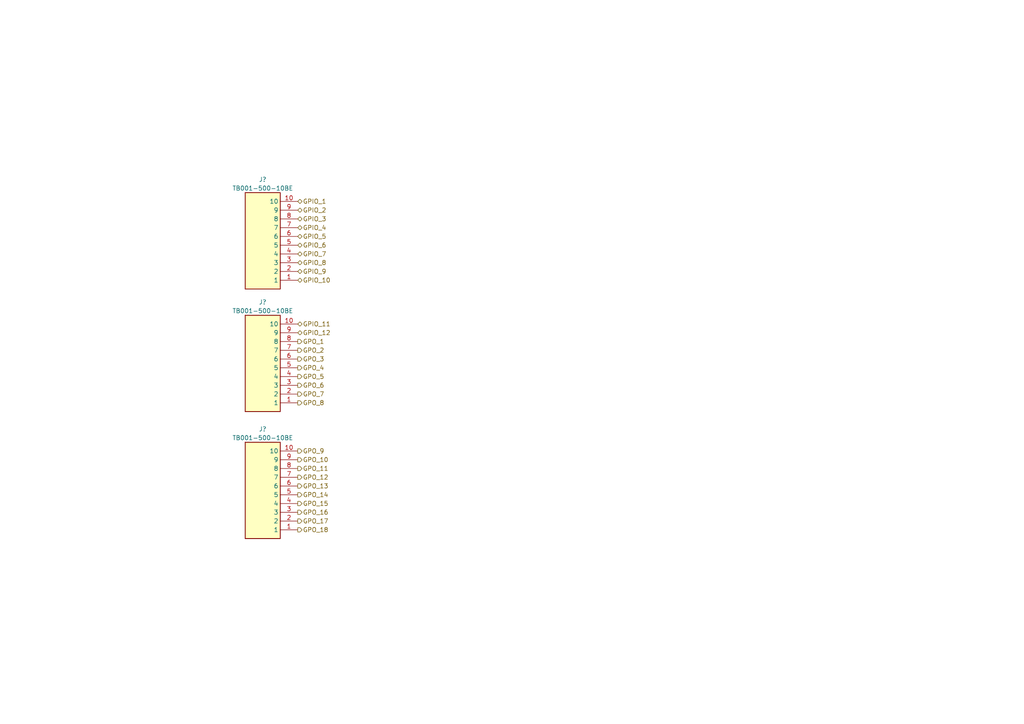
<source format=kicad_sch>
(kicad_sch (version 20230121) (generator eeschema)

  (uuid 245d8299-6935-46e9-a0f4-71652ef89c67)

  (paper "A4")

  (title_block
    (date "2023-04-23")
    (rev "1")
    (company "UPB - FIIR - Roboți și sisteme de producție")
    (comment 1 "Alexandru-Ioan Anastasiu")
  )

  (lib_symbols
    (symbol "TB001-500-10BE:TB001-500-10BE" (in_bom yes) (on_board yes)
      (property "Reference" "J" (at 16.51 7.62 0)
        (effects (font (size 1.27 1.27)) (justify left top))
      )
      (property "Value" "TB001-500-10BE" (at 16.51 5.08 0)
        (effects (font (size 1.27 1.27)) (justify left top))
      )
      (property "Footprint" "SHDR10W100P0X500_1X10_5000X900X1250P" (at 16.51 -94.92 0)
        (effects (font (size 1.27 1.27)) (justify left top) hide)
      )
      (property "Datasheet" "https://componentsearchengine.com/Datasheets/1/TB001-500-10BE.pdf" (at 16.51 -194.92 0)
        (effects (font (size 1.27 1.27)) (justify left top) hide)
      )
      (property "Height" "12.5" (at 16.51 -394.92 0)
        (effects (font (size 1.27 1.27)) (justify left top) hide)
      )
      (property "Mouser Part Number" "490-TB001-500-10BE" (at 16.51 -494.92 0)
        (effects (font (size 1.27 1.27)) (justify left top) hide)
      )
      (property "Mouser Price/Stock" "https://www.mouser.co.uk/ProductDetail/CUI-Devices/TB001-500-10BE?qs=vLWxofP3U2zH1ZAwWBP5mg%3D%3D" (at 16.51 -594.92 0)
        (effects (font (size 1.27 1.27)) (justify left top) hide)
      )
      (property "Manufacturer_Name" "CUI Devices" (at 16.51 -694.92 0)
        (effects (font (size 1.27 1.27)) (justify left top) hide)
      )
      (property "Manufacturer_Part_Number" "TB001-500-10BE" (at 16.51 -794.92 0)
        (effects (font (size 1.27 1.27)) (justify left top) hide)
      )
      (property "ki_description" "Fixed Terminal Blocks" (at 0 0 0)
        (effects (font (size 1.27 1.27)) hide)
      )
      (symbol "TB001-500-10BE_1_1"
        (rectangle (start 5.08 2.54) (end 15.24 -25.4)
          (stroke (width 0.254) (type default))
          (fill (type background))
        )
        (pin passive line (at 0 0 0) (length 5.08)
          (name "1" (effects (font (size 1.27 1.27))))
          (number "1" (effects (font (size 1.27 1.27))))
        )
        (pin passive line (at 0 -22.86 0) (length 5.08)
          (name "10" (effects (font (size 1.27 1.27))))
          (number "10" (effects (font (size 1.27 1.27))))
        )
        (pin passive line (at 0 -2.54 0) (length 5.08)
          (name "2" (effects (font (size 1.27 1.27))))
          (number "2" (effects (font (size 1.27 1.27))))
        )
        (pin passive line (at 0 -5.08 0) (length 5.08)
          (name "3" (effects (font (size 1.27 1.27))))
          (number "3" (effects (font (size 1.27 1.27))))
        )
        (pin passive line (at 0 -7.62 0) (length 5.08)
          (name "4" (effects (font (size 1.27 1.27))))
          (number "4" (effects (font (size 1.27 1.27))))
        )
        (pin passive line (at 0 -10.16 0) (length 5.08)
          (name "5" (effects (font (size 1.27 1.27))))
          (number "5" (effects (font (size 1.27 1.27))))
        )
        (pin passive line (at 0 -12.7 0) (length 5.08)
          (name "6" (effects (font (size 1.27 1.27))))
          (number "6" (effects (font (size 1.27 1.27))))
        )
        (pin passive line (at 0 -15.24 0) (length 5.08)
          (name "7" (effects (font (size 1.27 1.27))))
          (number "7" (effects (font (size 1.27 1.27))))
        )
        (pin passive line (at 0 -17.78 0) (length 5.08)
          (name "8" (effects (font (size 1.27 1.27))))
          (number "8" (effects (font (size 1.27 1.27))))
        )
        (pin passive line (at 0 -20.32 0) (length 5.08)
          (name "9" (effects (font (size 1.27 1.27))))
          (number "9" (effects (font (size 1.27 1.27))))
        )
      )
    )
  )


  (hierarchical_label "GPO_1" (shape output) (at 86.36 99.06 0) (fields_autoplaced)
    (effects (font (size 1.27 1.27)) (justify left))
    (uuid 1102ce27-01da-40be-a080-c753c69efdde)
  )
  (hierarchical_label "GPO_11" (shape output) (at 86.36 135.89 0) (fields_autoplaced)
    (effects (font (size 1.27 1.27)) (justify left))
    (uuid 146e414d-5e5a-457f-a15d-772dafd6b694)
  )
  (hierarchical_label "GPIO_4" (shape bidirectional) (at 86.36 66.04 0) (fields_autoplaced)
    (effects (font (size 1.27 1.27)) (justify left))
    (uuid 150ba7ce-2f9c-4fe5-95eb-f21792ab24de)
  )
  (hierarchical_label "GPO_7" (shape output) (at 86.36 114.3 0) (fields_autoplaced)
    (effects (font (size 1.27 1.27)) (justify left))
    (uuid 1f455547-abfb-4aa4-bade-3e0897d8d02e)
  )
  (hierarchical_label "GPIO_3" (shape bidirectional) (at 86.36 63.5 0) (fields_autoplaced)
    (effects (font (size 1.27 1.27)) (justify left))
    (uuid 2eae3d27-ef45-4ec3-9075-8ca276ebe238)
  )
  (hierarchical_label "GPO_5" (shape output) (at 86.36 109.22 0) (fields_autoplaced)
    (effects (font (size 1.27 1.27)) (justify left))
    (uuid 37498c70-09f1-4e38-ae6e-a25f23cbe088)
  )
  (hierarchical_label "GPO_6" (shape output) (at 86.36 111.76 0) (fields_autoplaced)
    (effects (font (size 1.27 1.27)) (justify left))
    (uuid 4a23cdda-14dc-4455-926e-b107587f8e58)
  )
  (hierarchical_label "GPO_3" (shape output) (at 86.36 104.14 0) (fields_autoplaced)
    (effects (font (size 1.27 1.27)) (justify left))
    (uuid 4b4a1785-b3b5-45c1-a715-63315dd1b3a6)
  )
  (hierarchical_label "GPO_14" (shape output) (at 86.36 143.51 0) (fields_autoplaced)
    (effects (font (size 1.27 1.27)) (justify left))
    (uuid 5200ee54-5e39-4b90-838c-71ba07cd6724)
  )
  (hierarchical_label "GPO_2" (shape output) (at 86.36 101.6 0) (fields_autoplaced)
    (effects (font (size 1.27 1.27)) (justify left))
    (uuid 5b8b7eb1-ef33-44ea-bc7f-4e2a2427b4cb)
  )
  (hierarchical_label "GPIO_9" (shape bidirectional) (at 86.36 78.74 0) (fields_autoplaced)
    (effects (font (size 1.27 1.27)) (justify left))
    (uuid 6232b39c-3aef-43ab-ac3f-2cb085813c24)
  )
  (hierarchical_label "GPIO_2" (shape bidirectional) (at 86.36 60.96 0) (fields_autoplaced)
    (effects (font (size 1.27 1.27)) (justify left))
    (uuid 6e322351-4efa-4d6a-9f83-998d2ab4bd85)
  )
  (hierarchical_label "GPIO_5" (shape bidirectional) (at 86.36 68.58 0) (fields_autoplaced)
    (effects (font (size 1.27 1.27)) (justify left))
    (uuid 7c77d282-1b25-4f0a-8c82-43094ec44abe)
  )
  (hierarchical_label "GPO_15" (shape output) (at 86.36 146.05 0) (fields_autoplaced)
    (effects (font (size 1.27 1.27)) (justify left))
    (uuid 7d562b92-b455-485f-9cdb-514d7d7f85d7)
  )
  (hierarchical_label "GPO_9" (shape output) (at 86.36 130.81 0) (fields_autoplaced)
    (effects (font (size 1.27 1.27)) (justify left))
    (uuid 90eef1e8-a9e7-4c6e-8085-539011d8df62)
  )
  (hierarchical_label "GPIO_11" (shape bidirectional) (at 86.36 93.98 0) (fields_autoplaced)
    (effects (font (size 1.27 1.27)) (justify left))
    (uuid 93ac8674-98db-4548-8b61-9113600fc1ae)
  )
  (hierarchical_label "GPIO_12" (shape bidirectional) (at 86.36 96.52 0) (fields_autoplaced)
    (effects (font (size 1.27 1.27)) (justify left))
    (uuid 982dce3a-5b50-4e8c-89e3-edfcc2c6d204)
  )
  (hierarchical_label "GPO_8" (shape output) (at 86.36 116.84 0) (fields_autoplaced)
    (effects (font (size 1.27 1.27)) (justify left))
    (uuid 9880cba5-3aad-4d3c-8218-55e42ded3534)
  )
  (hierarchical_label "GPIO_10" (shape bidirectional) (at 86.36 81.28 0) (fields_autoplaced)
    (effects (font (size 1.27 1.27)) (justify left))
    (uuid 9bd4a110-9ad5-4e94-b901-f13f8218e913)
  )
  (hierarchical_label "GPO_12" (shape output) (at 86.36 138.43 0) (fields_autoplaced)
    (effects (font (size 1.27 1.27)) (justify left))
    (uuid a3b419e3-df37-49ff-8dc6-82456065c845)
  )
  (hierarchical_label "GPO_18" (shape output) (at 86.36 153.67 0) (fields_autoplaced)
    (effects (font (size 1.27 1.27)) (justify left))
    (uuid da8ff53f-c4d2-46e7-b658-a5083a6fe229)
  )
  (hierarchical_label "GPIO_8" (shape bidirectional) (at 86.36 76.2 0) (fields_autoplaced)
    (effects (font (size 1.27 1.27)) (justify left))
    (uuid dbfebe91-42f6-4c54-9993-5bf2bbfa0494)
  )
  (hierarchical_label "GPIO_6" (shape bidirectional) (at 86.36 71.12 0) (fields_autoplaced)
    (effects (font (size 1.27 1.27)) (justify left))
    (uuid de9fae70-5df2-46cb-9350-c3cdc09d9142)
  )
  (hierarchical_label "GPIO_7" (shape bidirectional) (at 86.36 73.66 0) (fields_autoplaced)
    (effects (font (size 1.27 1.27)) (justify left))
    (uuid e123b972-30a3-49f5-8634-e9aa83f83c62)
  )
  (hierarchical_label "GPIO_1" (shape bidirectional) (at 86.36 58.42 0) (fields_autoplaced)
    (effects (font (size 1.27 1.27)) (justify left))
    (uuid e2c64ff8-b5c6-471d-99bf-ef3c37641890)
  )
  (hierarchical_label "GPO_17" (shape output) (at 86.36 151.13 0) (fields_autoplaced)
    (effects (font (size 1.27 1.27)) (justify left))
    (uuid e3c58dd5-30a0-488e-b379-6d7cf4288a30)
  )
  (hierarchical_label "GPO_16" (shape output) (at 86.36 148.59 0) (fields_autoplaced)
    (effects (font (size 1.27 1.27)) (justify left))
    (uuid f135c6c4-84f8-49f7-9112-8ed7ffa1368f)
  )
  (hierarchical_label "GPO_4" (shape output) (at 86.36 106.68 0) (fields_autoplaced)
    (effects (font (size 1.27 1.27)) (justify left))
    (uuid f822b7cb-c498-4be4-9aaf-04c1a30a6db1)
  )
  (hierarchical_label "GPO_13" (shape output) (at 86.36 140.97 0) (fields_autoplaced)
    (effects (font (size 1.27 1.27)) (justify left))
    (uuid f87d0471-a4c3-4900-9b67-5833fa7450bb)
  )
  (hierarchical_label "GPO_10" (shape output) (at 86.36 133.35 0) (fields_autoplaced)
    (effects (font (size 1.27 1.27)) (justify left))
    (uuid f9671390-c5b3-4355-b5f1-6d7bf45a369e)
  )

  (symbol (lib_id "TB001-500-10BE:TB001-500-10BE") (at 86.36 153.67 180) (unit 1)
    (in_bom yes) (on_board yes) (dnp no) (fields_autoplaced)
    (uuid 19e89bf5-8b23-4e87-b9ee-356b69ec3043)
    (property "Reference" "J?" (at 76.2 124.46 0)
      (effects (font (size 1.27 1.27)))
    )
    (property "Value" "TB001-500-10BE" (at 76.2 127 0)
      (effects (font (size 1.27 1.27)))
    )
    (property "Footprint" "LIB_TB001-500-10BE:SHDR10W100P0X500_1X10_5000X900X1250P" (at 69.85 58.75 0)
      (effects (font (size 1.27 1.27)) (justify left top) hide)
    )
    (property "Datasheet" "https://componentsearchengine.com/Datasheets/1/TB001-500-10BE.pdf" (at 69.85 -41.25 0)
      (effects (font (size 1.27 1.27)) (justify left top) hide)
    )
    (property "Height" "12.5" (at 69.85 -241.25 0)
      (effects (font (size 1.27 1.27)) (justify left top) hide)
    )
    (property "Mouser Part Number" "490-TB001-500-10BE" (at 69.85 -341.25 0)
      (effects (font (size 1.27 1.27)) (justify left top) hide)
    )
    (property "Mouser Price/Stock" "https://www.mouser.co.uk/ProductDetail/CUI-Devices/TB001-500-10BE?qs=vLWxofP3U2zH1ZAwWBP5mg%3D%3D" (at 69.85 -441.25 0)
      (effects (font (size 1.27 1.27)) (justify left top) hide)
    )
    (property "Manufacturer_Name" "CUI Devices" (at 69.85 -541.25 0)
      (effects (font (size 1.27 1.27)) (justify left top) hide)
    )
    (property "Manufacturer_Part_Number" "TB001-500-10BE" (at 69.85 -641.25 0)
      (effects (font (size 1.27 1.27)) (justify left top) hide)
    )
    (pin "1" (uuid d65e9605-8b43-40bb-a79c-e93c504035e7))
    (pin "10" (uuid 0a9616a2-a7fa-40a8-8aeb-816c3f1046a7))
    (pin "2" (uuid 56280791-c62f-41cd-9ca7-b379488b4b08))
    (pin "3" (uuid 53fb01f9-359d-4b5c-bf3d-874c617d2d57))
    (pin "4" (uuid 98221b54-9ca7-4343-a3a6-34c65de3d69b))
    (pin "5" (uuid c9c2a254-d00e-4ec8-8e1b-5c905cd66177))
    (pin "6" (uuid b2ccbef4-b157-4797-b45d-927859196aee))
    (pin "7" (uuid c92843b7-f7b9-48f2-817b-d513ff2a765b))
    (pin "8" (uuid fa8ef347-7a0f-4ae4-ad59-f981e857e8c7))
    (pin "9" (uuid 3839d083-2572-4455-8cd6-bd480c97b9da))
    (instances
      (project "PLC-CIM"
        (path "/98f81d77-8880-491b-a7cf-4c27e2d73edf"
          (reference "J?") (unit 1)
        )
        (path "/98f81d77-8880-491b-a7cf-4c27e2d73edf/ef38368d-af5e-44c5-8106-4a2f4dcc6c35"
          (reference "J3") (unit 1)
        )
      )
    )
  )

  (symbol (lib_id "TB001-500-10BE:TB001-500-10BE") (at 86.36 116.84 180) (unit 1)
    (in_bom yes) (on_board yes) (dnp no) (fields_autoplaced)
    (uuid 25e7975c-c09e-45f5-8023-43fc4c7eb105)
    (property "Reference" "J?" (at 76.2 87.63 0)
      (effects (font (size 1.27 1.27)))
    )
    (property "Value" "TB001-500-10BE" (at 76.2 90.17 0)
      (effects (font (size 1.27 1.27)))
    )
    (property "Footprint" "LIB_TB001-500-10BE:SHDR10W100P0X500_1X10_5000X900X1250P" (at 69.85 21.92 0)
      (effects (font (size 1.27 1.27)) (justify left top) hide)
    )
    (property "Datasheet" "https://componentsearchengine.com/Datasheets/1/TB001-500-10BE.pdf" (at 69.85 -78.08 0)
      (effects (font (size 1.27 1.27)) (justify left top) hide)
    )
    (property "Height" "12.5" (at 69.85 -278.08 0)
      (effects (font (size 1.27 1.27)) (justify left top) hide)
    )
    (property "Mouser Part Number" "490-TB001-500-10BE" (at 69.85 -378.08 0)
      (effects (font (size 1.27 1.27)) (justify left top) hide)
    )
    (property "Mouser Price/Stock" "https://www.mouser.co.uk/ProductDetail/CUI-Devices/TB001-500-10BE?qs=vLWxofP3U2zH1ZAwWBP5mg%3D%3D" (at 69.85 -478.08 0)
      (effects (font (size 1.27 1.27)) (justify left top) hide)
    )
    (property "Manufacturer_Name" "CUI Devices" (at 69.85 -578.08 0)
      (effects (font (size 1.27 1.27)) (justify left top) hide)
    )
    (property "Manufacturer_Part_Number" "TB001-500-10BE" (at 69.85 -678.08 0)
      (effects (font (size 1.27 1.27)) (justify left top) hide)
    )
    (pin "1" (uuid a9548d89-8ff3-4346-a0b6-68ee590fb521))
    (pin "10" (uuid 06e8b39f-fcbc-40bc-bbd1-461e29e2a4c7))
    (pin "2" (uuid ce49ad15-c5c2-48e6-991f-937badcb27fa))
    (pin "3" (uuid 7703eb5c-c5a6-4605-b797-af9aa69e763e))
    (pin "4" (uuid caabd6da-f186-44fe-a10e-f60a2c2123b1))
    (pin "5" (uuid 4c297e2a-b4ab-46a3-a31c-d94f31de353a))
    (pin "6" (uuid bbc8fb10-e889-4c4b-9a9d-760251edd895))
    (pin "7" (uuid 1157f3a2-e2f1-41a1-9def-257ed84d8329))
    (pin "8" (uuid 9643b760-4f09-4ce6-8253-b2892b937097))
    (pin "9" (uuid a5d7ed88-dd62-4798-b51c-72a0c27d4e18))
    (instances
      (project "PLC-CIM"
        (path "/98f81d77-8880-491b-a7cf-4c27e2d73edf"
          (reference "J?") (unit 1)
        )
        (path "/98f81d77-8880-491b-a7cf-4c27e2d73edf/ef38368d-af5e-44c5-8106-4a2f4dcc6c35"
          (reference "J2") (unit 1)
        )
      )
    )
  )

  (symbol (lib_id "TB001-500-10BE:TB001-500-10BE") (at 86.36 81.28 180) (unit 1)
    (in_bom yes) (on_board yes) (dnp no) (fields_autoplaced)
    (uuid f03530b5-903c-4523-b703-a69c2dffed30)
    (property "Reference" "J?" (at 76.2 52.07 0)
      (effects (font (size 1.27 1.27)))
    )
    (property "Value" "TB001-500-10BE" (at 76.2 54.61 0)
      (effects (font (size 1.27 1.27)))
    )
    (property "Footprint" "LIB_TB001-500-10BE:SHDR10W100P0X500_1X10_5000X900X1250P" (at 69.85 -13.64 0)
      (effects (font (size 1.27 1.27)) (justify left top) hide)
    )
    (property "Datasheet" "https://componentsearchengine.com/Datasheets/1/TB001-500-10BE.pdf" (at 69.85 -113.64 0)
      (effects (font (size 1.27 1.27)) (justify left top) hide)
    )
    (property "Height" "12.5" (at 69.85 -313.64 0)
      (effects (font (size 1.27 1.27)) (justify left top) hide)
    )
    (property "Mouser Part Number" "490-TB001-500-10BE" (at 69.85 -413.64 0)
      (effects (font (size 1.27 1.27)) (justify left top) hide)
    )
    (property "Mouser Price/Stock" "https://www.mouser.co.uk/ProductDetail/CUI-Devices/TB001-500-10BE?qs=vLWxofP3U2zH1ZAwWBP5mg%3D%3D" (at 69.85 -513.64 0)
      (effects (font (size 1.27 1.27)) (justify left top) hide)
    )
    (property "Manufacturer_Name" "CUI Devices" (at 69.85 -613.64 0)
      (effects (font (size 1.27 1.27)) (justify left top) hide)
    )
    (property "Manufacturer_Part_Number" "TB001-500-10BE" (at 69.85 -713.64 0)
      (effects (font (size 1.27 1.27)) (justify left top) hide)
    )
    (pin "1" (uuid 65600488-551c-4f81-8651-278ff8474b62))
    (pin "10" (uuid 00b5c328-5907-4ab0-b9d5-629e8504c225))
    (pin "2" (uuid f4f7382c-e6ae-476b-8a09-a7813c225389))
    (pin "3" (uuid 27ba3d16-57cb-4391-b720-c2cec8685442))
    (pin "4" (uuid dd47cc76-da74-4314-a82e-205d4567e719))
    (pin "5" (uuid f4a0a833-7b8b-4574-9833-034a6f8fb26a))
    (pin "6" (uuid a2a34043-1f6f-4587-bb1a-56283634202c))
    (pin "7" (uuid baaa701d-687f-4534-a9c3-9c8570e2a80d))
    (pin "8" (uuid 4757a3c8-3a2c-4003-b8a6-ff4a7c8eea83))
    (pin "9" (uuid 4d30f17d-94b3-45aa-9bb2-5f931c71ab83))
    (instances
      (project "PLC-CIM"
        (path "/98f81d77-8880-491b-a7cf-4c27e2d73edf"
          (reference "J?") (unit 1)
        )
        (path "/98f81d77-8880-491b-a7cf-4c27e2d73edf/ef38368d-af5e-44c5-8106-4a2f4dcc6c35"
          (reference "J1") (unit 1)
        )
      )
    )
  )
)

</source>
